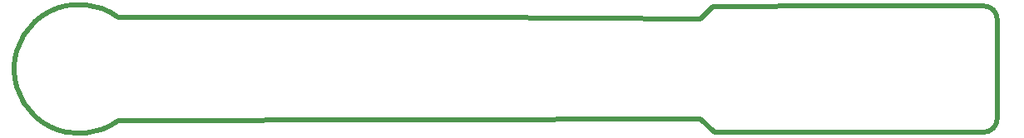
<source format=gko>
G04*
G04 #@! TF.GenerationSoftware,Altium Limited,Altium Designer,20.1.12 (249)*
G04*
G04 Layer_Color=16711935*
%FSLAX25Y25*%
%MOIN*%
G70*
G04*
G04 #@! TF.SameCoordinates,6E9518FA-7893-4EC2-9B17-AA6BB5186BD6*
G04*
G04*
G04 #@! TF.FilePolarity,Positive*
G04*
G01*
G75*
%ADD37C,0.01968*%
D37*
X41840Y49637D02*
G03*
X41840Y7737I-15495J-20950D01*
G01*
X280806Y3276D02*
G03*
X281154Y3136I348J361D01*
G01*
X388753Y3136D02*
G03*
X394254Y8637I0J5502D01*
G01*
X394254Y48630D02*
G03*
X388753Y54131I-5502J0D01*
G01*
X280399Y53978D02*
X331500Y54013D01*
X45500Y49637D02*
X183500Y49500D01*
X275429Y48824D01*
X331500Y54000D02*
X388753Y54131D01*
X41840Y49637D02*
X45500Y49637D01*
X41840Y7737D02*
X275440Y8451D01*
X280806Y3276D01*
X281154Y3136D02*
X388753D01*
X394254Y8637D02*
Y48630D01*
X275429Y48824D02*
X280399Y53978D01*
M02*

</source>
